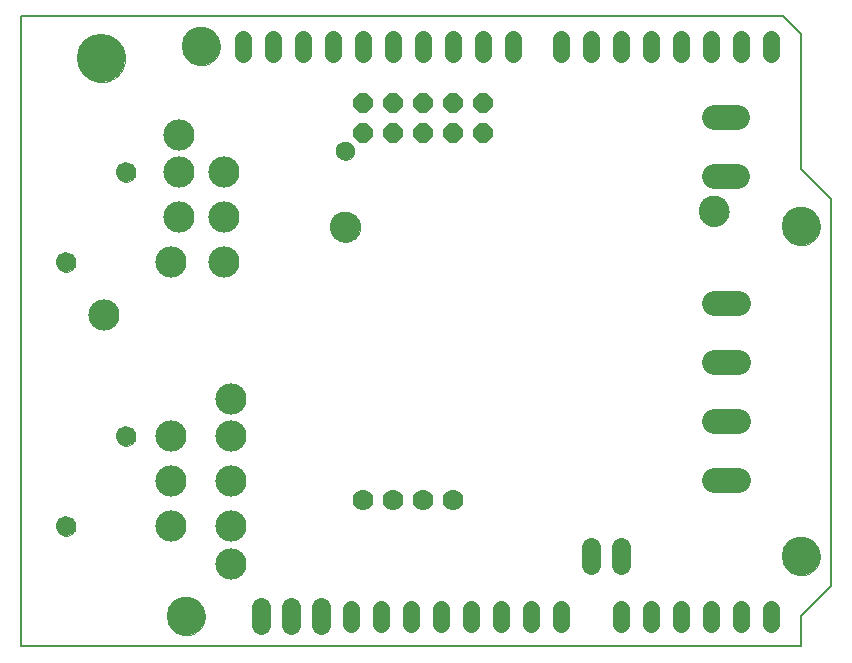
<source format=gbs>
G75*
G70*
%OFA0B0*%
%FSLAX24Y24*%
%IPPOS*%
%LPD*%
%AMOC8*
5,1,8,0,0,1.08239X$1,22.5*
%
%ADD10C,0.0000*%
%ADD11C,0.1024*%
%ADD12C,0.0631*%
%ADD13C,0.1615*%
%ADD14C,0.1040*%
%ADD15C,0.0670*%
%ADD16C,0.0512*%
%ADD17C,0.0820*%
%ADD18C,0.0700*%
%ADD19C,0.0640*%
%ADD20C,0.0050*%
%ADD21C,0.1290*%
%ADD22C,0.0555*%
%ADD23OC8,0.0640*%
D10*
X002370Y004500D02*
X002372Y004535D01*
X002378Y004570D01*
X002388Y004604D01*
X002401Y004637D01*
X002418Y004668D01*
X002439Y004696D01*
X002462Y004723D01*
X002489Y004746D01*
X002517Y004767D01*
X002548Y004784D01*
X002581Y004797D01*
X002615Y004807D01*
X002650Y004813D01*
X002685Y004815D01*
X002720Y004813D01*
X002755Y004807D01*
X002789Y004797D01*
X002822Y004784D01*
X002853Y004767D01*
X002881Y004746D01*
X002908Y004723D01*
X002931Y004696D01*
X002952Y004668D01*
X002969Y004637D01*
X002982Y004604D01*
X002992Y004570D01*
X002998Y004535D01*
X003000Y004500D01*
X002998Y004465D01*
X002992Y004430D01*
X002982Y004396D01*
X002969Y004363D01*
X002952Y004332D01*
X002931Y004304D01*
X002908Y004277D01*
X002881Y004254D01*
X002853Y004233D01*
X002822Y004216D01*
X002789Y004203D01*
X002755Y004193D01*
X002720Y004187D01*
X002685Y004185D01*
X002650Y004187D01*
X002615Y004193D01*
X002581Y004203D01*
X002548Y004216D01*
X002517Y004233D01*
X002489Y004254D01*
X002462Y004277D01*
X002439Y004304D01*
X002418Y004332D01*
X002401Y004363D01*
X002388Y004396D01*
X002378Y004430D01*
X002372Y004465D01*
X002370Y004500D01*
X002372Y004535D01*
X002378Y004570D01*
X002388Y004604D01*
X002401Y004637D01*
X002418Y004668D01*
X002439Y004696D01*
X002462Y004723D01*
X002489Y004746D01*
X002517Y004767D01*
X002548Y004784D01*
X002581Y004797D01*
X002615Y004807D01*
X002650Y004813D01*
X002685Y004815D01*
X002720Y004813D01*
X002755Y004807D01*
X002789Y004797D01*
X002822Y004784D01*
X002853Y004767D01*
X002881Y004746D01*
X002908Y004723D01*
X002931Y004696D01*
X002952Y004668D01*
X002969Y004637D01*
X002982Y004604D01*
X002992Y004570D01*
X002998Y004535D01*
X003000Y004500D01*
X002998Y004465D01*
X002992Y004430D01*
X002982Y004396D01*
X002969Y004363D01*
X002952Y004332D01*
X002931Y004304D01*
X002908Y004277D01*
X002881Y004254D01*
X002853Y004233D01*
X002822Y004216D01*
X002789Y004203D01*
X002755Y004193D01*
X002720Y004187D01*
X002685Y004185D01*
X002650Y004187D01*
X002615Y004193D01*
X002581Y004203D01*
X002548Y004216D01*
X002517Y004233D01*
X002489Y004254D01*
X002462Y004277D01*
X002439Y004304D01*
X002418Y004332D01*
X002401Y004363D01*
X002388Y004396D01*
X002378Y004430D01*
X002372Y004465D01*
X002370Y004500D01*
X004370Y007500D02*
X004372Y007535D01*
X004378Y007570D01*
X004388Y007604D01*
X004401Y007637D01*
X004418Y007668D01*
X004439Y007696D01*
X004462Y007723D01*
X004489Y007746D01*
X004517Y007767D01*
X004548Y007784D01*
X004581Y007797D01*
X004615Y007807D01*
X004650Y007813D01*
X004685Y007815D01*
X004720Y007813D01*
X004755Y007807D01*
X004789Y007797D01*
X004822Y007784D01*
X004853Y007767D01*
X004881Y007746D01*
X004908Y007723D01*
X004931Y007696D01*
X004952Y007668D01*
X004969Y007637D01*
X004982Y007604D01*
X004992Y007570D01*
X004998Y007535D01*
X005000Y007500D01*
X004998Y007465D01*
X004992Y007430D01*
X004982Y007396D01*
X004969Y007363D01*
X004952Y007332D01*
X004931Y007304D01*
X004908Y007277D01*
X004881Y007254D01*
X004853Y007233D01*
X004822Y007216D01*
X004789Y007203D01*
X004755Y007193D01*
X004720Y007187D01*
X004685Y007185D01*
X004650Y007187D01*
X004615Y007193D01*
X004581Y007203D01*
X004548Y007216D01*
X004517Y007233D01*
X004489Y007254D01*
X004462Y007277D01*
X004439Y007304D01*
X004418Y007332D01*
X004401Y007363D01*
X004388Y007396D01*
X004378Y007430D01*
X004372Y007465D01*
X004370Y007500D01*
X004449Y007500D02*
X004451Y007530D01*
X004457Y007560D01*
X004466Y007589D01*
X004479Y007616D01*
X004496Y007641D01*
X004515Y007664D01*
X004538Y007685D01*
X004563Y007702D01*
X004589Y007716D01*
X004618Y007726D01*
X004647Y007733D01*
X004677Y007736D01*
X004708Y007735D01*
X004738Y007730D01*
X004767Y007721D01*
X004794Y007709D01*
X004820Y007694D01*
X004844Y007675D01*
X004865Y007653D01*
X004883Y007629D01*
X004898Y007602D01*
X004909Y007574D01*
X004917Y007545D01*
X004921Y007515D01*
X004921Y007485D01*
X004917Y007455D01*
X004909Y007426D01*
X004898Y007398D01*
X004883Y007371D01*
X004865Y007347D01*
X004844Y007325D01*
X004820Y007306D01*
X004794Y007291D01*
X004767Y007279D01*
X004738Y007270D01*
X004708Y007265D01*
X004677Y007264D01*
X004647Y007267D01*
X004618Y007274D01*
X004589Y007284D01*
X004563Y007298D01*
X004538Y007315D01*
X004515Y007336D01*
X004496Y007359D01*
X004479Y007384D01*
X004466Y007411D01*
X004457Y007440D01*
X004451Y007470D01*
X004449Y007500D01*
X002370Y013300D02*
X002372Y013335D01*
X002378Y013370D01*
X002388Y013404D01*
X002401Y013437D01*
X002418Y013468D01*
X002439Y013496D01*
X002462Y013523D01*
X002489Y013546D01*
X002517Y013567D01*
X002548Y013584D01*
X002581Y013597D01*
X002615Y013607D01*
X002650Y013613D01*
X002685Y013615D01*
X002720Y013613D01*
X002755Y013607D01*
X002789Y013597D01*
X002822Y013584D01*
X002853Y013567D01*
X002881Y013546D01*
X002908Y013523D01*
X002931Y013496D01*
X002952Y013468D01*
X002969Y013437D01*
X002982Y013404D01*
X002992Y013370D01*
X002998Y013335D01*
X003000Y013300D01*
X002998Y013265D01*
X002992Y013230D01*
X002982Y013196D01*
X002969Y013163D01*
X002952Y013132D01*
X002931Y013104D01*
X002908Y013077D01*
X002881Y013054D01*
X002853Y013033D01*
X002822Y013016D01*
X002789Y013003D01*
X002755Y012993D01*
X002720Y012987D01*
X002685Y012985D01*
X002650Y012987D01*
X002615Y012993D01*
X002581Y013003D01*
X002548Y013016D01*
X002517Y013033D01*
X002489Y013054D01*
X002462Y013077D01*
X002439Y013104D01*
X002418Y013132D01*
X002401Y013163D01*
X002388Y013196D01*
X002378Y013230D01*
X002372Y013265D01*
X002370Y013300D01*
X002372Y013335D01*
X002378Y013370D01*
X002388Y013404D01*
X002401Y013437D01*
X002418Y013468D01*
X002439Y013496D01*
X002462Y013523D01*
X002489Y013546D01*
X002517Y013567D01*
X002548Y013584D01*
X002581Y013597D01*
X002615Y013607D01*
X002650Y013613D01*
X002685Y013615D01*
X002720Y013613D01*
X002755Y013607D01*
X002789Y013597D01*
X002822Y013584D01*
X002853Y013567D01*
X002881Y013546D01*
X002908Y013523D01*
X002931Y013496D01*
X002952Y013468D01*
X002969Y013437D01*
X002982Y013404D01*
X002992Y013370D01*
X002998Y013335D01*
X003000Y013300D01*
X002998Y013265D01*
X002992Y013230D01*
X002982Y013196D01*
X002969Y013163D01*
X002952Y013132D01*
X002931Y013104D01*
X002908Y013077D01*
X002881Y013054D01*
X002853Y013033D01*
X002822Y013016D01*
X002789Y013003D01*
X002755Y012993D01*
X002720Y012987D01*
X002685Y012985D01*
X002650Y012987D01*
X002615Y012993D01*
X002581Y013003D01*
X002548Y013016D01*
X002517Y013033D01*
X002489Y013054D01*
X002462Y013077D01*
X002439Y013104D01*
X002418Y013132D01*
X002401Y013163D01*
X002388Y013196D01*
X002378Y013230D01*
X002372Y013265D01*
X002370Y013300D01*
X004370Y016300D02*
X004372Y016335D01*
X004378Y016370D01*
X004388Y016404D01*
X004401Y016437D01*
X004418Y016468D01*
X004439Y016496D01*
X004462Y016523D01*
X004489Y016546D01*
X004517Y016567D01*
X004548Y016584D01*
X004581Y016597D01*
X004615Y016607D01*
X004650Y016613D01*
X004685Y016615D01*
X004720Y016613D01*
X004755Y016607D01*
X004789Y016597D01*
X004822Y016584D01*
X004853Y016567D01*
X004881Y016546D01*
X004908Y016523D01*
X004931Y016496D01*
X004952Y016468D01*
X004969Y016437D01*
X004982Y016404D01*
X004992Y016370D01*
X004998Y016335D01*
X005000Y016300D01*
X004998Y016265D01*
X004992Y016230D01*
X004982Y016196D01*
X004969Y016163D01*
X004952Y016132D01*
X004931Y016104D01*
X004908Y016077D01*
X004881Y016054D01*
X004853Y016033D01*
X004822Y016016D01*
X004789Y016003D01*
X004755Y015993D01*
X004720Y015987D01*
X004685Y015985D01*
X004650Y015987D01*
X004615Y015993D01*
X004581Y016003D01*
X004548Y016016D01*
X004517Y016033D01*
X004489Y016054D01*
X004462Y016077D01*
X004439Y016104D01*
X004418Y016132D01*
X004401Y016163D01*
X004388Y016196D01*
X004378Y016230D01*
X004372Y016265D01*
X004370Y016300D01*
X004372Y016335D01*
X004378Y016370D01*
X004388Y016404D01*
X004401Y016437D01*
X004418Y016468D01*
X004439Y016496D01*
X004462Y016523D01*
X004489Y016546D01*
X004517Y016567D01*
X004548Y016584D01*
X004581Y016597D01*
X004615Y016607D01*
X004650Y016613D01*
X004685Y016615D01*
X004720Y016613D01*
X004755Y016607D01*
X004789Y016597D01*
X004822Y016584D01*
X004853Y016567D01*
X004881Y016546D01*
X004908Y016523D01*
X004931Y016496D01*
X004952Y016468D01*
X004969Y016437D01*
X004982Y016404D01*
X004992Y016370D01*
X004998Y016335D01*
X005000Y016300D01*
X004998Y016265D01*
X004992Y016230D01*
X004982Y016196D01*
X004969Y016163D01*
X004952Y016132D01*
X004931Y016104D01*
X004908Y016077D01*
X004881Y016054D01*
X004853Y016033D01*
X004822Y016016D01*
X004789Y016003D01*
X004755Y015993D01*
X004720Y015987D01*
X004685Y015985D01*
X004650Y015987D01*
X004615Y015993D01*
X004581Y016003D01*
X004548Y016016D01*
X004517Y016033D01*
X004489Y016054D01*
X004462Y016077D01*
X004439Y016104D01*
X004418Y016132D01*
X004401Y016163D01*
X004388Y016196D01*
X004378Y016230D01*
X004372Y016265D01*
X004370Y016300D01*
X003075Y020102D02*
X003077Y020158D01*
X003083Y020213D01*
X003093Y020267D01*
X003106Y020321D01*
X003124Y020374D01*
X003145Y020425D01*
X003169Y020475D01*
X003197Y020523D01*
X003229Y020569D01*
X003263Y020613D01*
X003301Y020654D01*
X003341Y020692D01*
X003384Y020727D01*
X003429Y020759D01*
X003477Y020788D01*
X003526Y020814D01*
X003577Y020836D01*
X003629Y020854D01*
X003683Y020868D01*
X003738Y020879D01*
X003793Y020886D01*
X003848Y020889D01*
X003904Y020888D01*
X003959Y020883D01*
X004014Y020874D01*
X004068Y020862D01*
X004121Y020845D01*
X004173Y020825D01*
X004223Y020801D01*
X004271Y020774D01*
X004318Y020744D01*
X004362Y020710D01*
X004404Y020673D01*
X004442Y020633D01*
X004479Y020591D01*
X004512Y020546D01*
X004541Y020500D01*
X004568Y020451D01*
X004590Y020400D01*
X004610Y020348D01*
X004625Y020294D01*
X004637Y020240D01*
X004645Y020185D01*
X004649Y020130D01*
X004649Y020074D01*
X004645Y020019D01*
X004637Y019964D01*
X004625Y019910D01*
X004610Y019856D01*
X004590Y019804D01*
X004568Y019753D01*
X004541Y019704D01*
X004512Y019658D01*
X004479Y019613D01*
X004442Y019571D01*
X004404Y019531D01*
X004362Y019494D01*
X004318Y019460D01*
X004271Y019430D01*
X004223Y019403D01*
X004173Y019379D01*
X004121Y019359D01*
X004068Y019342D01*
X004014Y019330D01*
X003959Y019321D01*
X003904Y019316D01*
X003848Y019315D01*
X003793Y019318D01*
X003738Y019325D01*
X003683Y019336D01*
X003629Y019350D01*
X003577Y019368D01*
X003526Y019390D01*
X003477Y019416D01*
X003429Y019445D01*
X003384Y019477D01*
X003341Y019512D01*
X003301Y019550D01*
X003263Y019591D01*
X003229Y019635D01*
X003197Y019681D01*
X003169Y019729D01*
X003145Y019779D01*
X003124Y019830D01*
X003106Y019883D01*
X003093Y019937D01*
X003083Y019991D01*
X003077Y020046D01*
X003075Y020102D01*
X006560Y020500D02*
X006562Y020550D01*
X006568Y020599D01*
X006578Y020648D01*
X006591Y020695D01*
X006609Y020742D01*
X006630Y020787D01*
X006654Y020830D01*
X006682Y020871D01*
X006713Y020910D01*
X006747Y020946D01*
X006784Y020980D01*
X006824Y021010D01*
X006865Y021037D01*
X006909Y021061D01*
X006954Y021081D01*
X007001Y021097D01*
X007049Y021110D01*
X007098Y021119D01*
X007148Y021124D01*
X007197Y021125D01*
X007247Y021122D01*
X007296Y021115D01*
X007345Y021104D01*
X007392Y021090D01*
X007438Y021071D01*
X007483Y021049D01*
X007526Y021024D01*
X007566Y020995D01*
X007604Y020963D01*
X007640Y020929D01*
X007673Y020891D01*
X007702Y020851D01*
X007728Y020809D01*
X007751Y020765D01*
X007770Y020719D01*
X007786Y020672D01*
X007798Y020623D01*
X007806Y020574D01*
X007810Y020525D01*
X007810Y020475D01*
X007806Y020426D01*
X007798Y020377D01*
X007786Y020328D01*
X007770Y020281D01*
X007751Y020235D01*
X007728Y020191D01*
X007702Y020149D01*
X007673Y020109D01*
X007640Y020071D01*
X007604Y020037D01*
X007566Y020005D01*
X007526Y019976D01*
X007483Y019951D01*
X007438Y019929D01*
X007392Y019910D01*
X007345Y019896D01*
X007296Y019885D01*
X007247Y019878D01*
X007197Y019875D01*
X007148Y019876D01*
X007098Y019881D01*
X007049Y019890D01*
X007001Y019903D01*
X006954Y019919D01*
X006909Y019939D01*
X006865Y019963D01*
X006824Y019990D01*
X006784Y020020D01*
X006747Y020054D01*
X006713Y020090D01*
X006682Y020129D01*
X006654Y020170D01*
X006630Y020213D01*
X006609Y020258D01*
X006591Y020305D01*
X006578Y020352D01*
X006568Y020401D01*
X006562Y020450D01*
X006560Y020500D01*
X011700Y017020D02*
X011702Y017054D01*
X011708Y017088D01*
X011718Y017121D01*
X011731Y017152D01*
X011749Y017182D01*
X011769Y017210D01*
X011793Y017235D01*
X011819Y017257D01*
X011847Y017275D01*
X011878Y017291D01*
X011910Y017303D01*
X011944Y017311D01*
X011978Y017315D01*
X012012Y017315D01*
X012046Y017311D01*
X012080Y017303D01*
X012112Y017291D01*
X012142Y017275D01*
X012171Y017257D01*
X012197Y017235D01*
X012221Y017210D01*
X012241Y017182D01*
X012259Y017152D01*
X012272Y017121D01*
X012282Y017088D01*
X012288Y017054D01*
X012290Y017020D01*
X012288Y016986D01*
X012282Y016952D01*
X012272Y016919D01*
X012259Y016888D01*
X012241Y016858D01*
X012221Y016830D01*
X012197Y016805D01*
X012171Y016783D01*
X012143Y016765D01*
X012112Y016749D01*
X012080Y016737D01*
X012046Y016729D01*
X012012Y016725D01*
X011978Y016725D01*
X011944Y016729D01*
X011910Y016737D01*
X011878Y016749D01*
X011847Y016765D01*
X011819Y016783D01*
X011793Y016805D01*
X011769Y016830D01*
X011749Y016858D01*
X011731Y016888D01*
X011718Y016919D01*
X011708Y016952D01*
X011702Y016986D01*
X011700Y017020D01*
X011503Y014480D02*
X011505Y014524D01*
X011511Y014568D01*
X011521Y014611D01*
X011534Y014653D01*
X011552Y014693D01*
X011573Y014732D01*
X011597Y014769D01*
X011624Y014804D01*
X011655Y014836D01*
X011688Y014865D01*
X011724Y014891D01*
X011762Y014913D01*
X011802Y014932D01*
X011843Y014948D01*
X011886Y014960D01*
X011929Y014968D01*
X011973Y014972D01*
X012017Y014972D01*
X012061Y014968D01*
X012104Y014960D01*
X012147Y014948D01*
X012188Y014932D01*
X012228Y014913D01*
X012266Y014891D01*
X012302Y014865D01*
X012335Y014836D01*
X012366Y014804D01*
X012393Y014769D01*
X012417Y014732D01*
X012438Y014693D01*
X012456Y014653D01*
X012469Y014611D01*
X012479Y014568D01*
X012485Y014524D01*
X012487Y014480D01*
X012485Y014436D01*
X012479Y014392D01*
X012469Y014349D01*
X012456Y014307D01*
X012438Y014267D01*
X012417Y014228D01*
X012393Y014191D01*
X012366Y014156D01*
X012335Y014124D01*
X012302Y014095D01*
X012266Y014069D01*
X012228Y014047D01*
X012188Y014028D01*
X012147Y014012D01*
X012104Y014000D01*
X012061Y013992D01*
X012017Y013988D01*
X011973Y013988D01*
X011929Y013992D01*
X011886Y014000D01*
X011843Y014012D01*
X011802Y014028D01*
X011762Y014047D01*
X011724Y014069D01*
X011688Y014095D01*
X011655Y014124D01*
X011624Y014156D01*
X011597Y014191D01*
X011573Y014228D01*
X011552Y014267D01*
X011534Y014307D01*
X011521Y014349D01*
X011511Y014392D01*
X011505Y014436D01*
X011503Y014480D01*
X023783Y015000D02*
X023785Y015044D01*
X023791Y015088D01*
X023801Y015131D01*
X023814Y015173D01*
X023832Y015213D01*
X023853Y015252D01*
X023877Y015289D01*
X023904Y015324D01*
X023935Y015356D01*
X023968Y015385D01*
X024004Y015411D01*
X024042Y015433D01*
X024082Y015452D01*
X024123Y015468D01*
X024166Y015480D01*
X024209Y015488D01*
X024253Y015492D01*
X024297Y015492D01*
X024341Y015488D01*
X024384Y015480D01*
X024427Y015468D01*
X024468Y015452D01*
X024508Y015433D01*
X024546Y015411D01*
X024582Y015385D01*
X024615Y015356D01*
X024646Y015324D01*
X024673Y015289D01*
X024697Y015252D01*
X024718Y015213D01*
X024736Y015173D01*
X024749Y015131D01*
X024759Y015088D01*
X024765Y015044D01*
X024767Y015000D01*
X024765Y014956D01*
X024759Y014912D01*
X024749Y014869D01*
X024736Y014827D01*
X024718Y014787D01*
X024697Y014748D01*
X024673Y014711D01*
X024646Y014676D01*
X024615Y014644D01*
X024582Y014615D01*
X024546Y014589D01*
X024508Y014567D01*
X024468Y014548D01*
X024427Y014532D01*
X024384Y014520D01*
X024341Y014512D01*
X024297Y014508D01*
X024253Y014508D01*
X024209Y014512D01*
X024166Y014520D01*
X024123Y014532D01*
X024082Y014548D01*
X024042Y014567D01*
X024004Y014589D01*
X023968Y014615D01*
X023935Y014644D01*
X023904Y014676D01*
X023877Y014711D01*
X023853Y014748D01*
X023832Y014787D01*
X023814Y014827D01*
X023801Y014869D01*
X023791Y014912D01*
X023785Y014956D01*
X023783Y015000D01*
X026560Y014500D02*
X026562Y014550D01*
X026568Y014599D01*
X026578Y014648D01*
X026591Y014695D01*
X026609Y014742D01*
X026630Y014787D01*
X026654Y014830D01*
X026682Y014871D01*
X026713Y014910D01*
X026747Y014946D01*
X026784Y014980D01*
X026824Y015010D01*
X026865Y015037D01*
X026909Y015061D01*
X026954Y015081D01*
X027001Y015097D01*
X027049Y015110D01*
X027098Y015119D01*
X027148Y015124D01*
X027197Y015125D01*
X027247Y015122D01*
X027296Y015115D01*
X027345Y015104D01*
X027392Y015090D01*
X027438Y015071D01*
X027483Y015049D01*
X027526Y015024D01*
X027566Y014995D01*
X027604Y014963D01*
X027640Y014929D01*
X027673Y014891D01*
X027702Y014851D01*
X027728Y014809D01*
X027751Y014765D01*
X027770Y014719D01*
X027786Y014672D01*
X027798Y014623D01*
X027806Y014574D01*
X027810Y014525D01*
X027810Y014475D01*
X027806Y014426D01*
X027798Y014377D01*
X027786Y014328D01*
X027770Y014281D01*
X027751Y014235D01*
X027728Y014191D01*
X027702Y014149D01*
X027673Y014109D01*
X027640Y014071D01*
X027604Y014037D01*
X027566Y014005D01*
X027526Y013976D01*
X027483Y013951D01*
X027438Y013929D01*
X027392Y013910D01*
X027345Y013896D01*
X027296Y013885D01*
X027247Y013878D01*
X027197Y013875D01*
X027148Y013876D01*
X027098Y013881D01*
X027049Y013890D01*
X027001Y013903D01*
X026954Y013919D01*
X026909Y013939D01*
X026865Y013963D01*
X026824Y013990D01*
X026784Y014020D01*
X026747Y014054D01*
X026713Y014090D01*
X026682Y014129D01*
X026654Y014170D01*
X026630Y014213D01*
X026609Y014258D01*
X026591Y014305D01*
X026578Y014352D01*
X026568Y014401D01*
X026562Y014450D01*
X026560Y014500D01*
X026560Y003500D02*
X026562Y003550D01*
X026568Y003599D01*
X026578Y003648D01*
X026591Y003695D01*
X026609Y003742D01*
X026630Y003787D01*
X026654Y003830D01*
X026682Y003871D01*
X026713Y003910D01*
X026747Y003946D01*
X026784Y003980D01*
X026824Y004010D01*
X026865Y004037D01*
X026909Y004061D01*
X026954Y004081D01*
X027001Y004097D01*
X027049Y004110D01*
X027098Y004119D01*
X027148Y004124D01*
X027197Y004125D01*
X027247Y004122D01*
X027296Y004115D01*
X027345Y004104D01*
X027392Y004090D01*
X027438Y004071D01*
X027483Y004049D01*
X027526Y004024D01*
X027566Y003995D01*
X027604Y003963D01*
X027640Y003929D01*
X027673Y003891D01*
X027702Y003851D01*
X027728Y003809D01*
X027751Y003765D01*
X027770Y003719D01*
X027786Y003672D01*
X027798Y003623D01*
X027806Y003574D01*
X027810Y003525D01*
X027810Y003475D01*
X027806Y003426D01*
X027798Y003377D01*
X027786Y003328D01*
X027770Y003281D01*
X027751Y003235D01*
X027728Y003191D01*
X027702Y003149D01*
X027673Y003109D01*
X027640Y003071D01*
X027604Y003037D01*
X027566Y003005D01*
X027526Y002976D01*
X027483Y002951D01*
X027438Y002929D01*
X027392Y002910D01*
X027345Y002896D01*
X027296Y002885D01*
X027247Y002878D01*
X027197Y002875D01*
X027148Y002876D01*
X027098Y002881D01*
X027049Y002890D01*
X027001Y002903D01*
X026954Y002919D01*
X026909Y002939D01*
X026865Y002963D01*
X026824Y002990D01*
X026784Y003020D01*
X026747Y003054D01*
X026713Y003090D01*
X026682Y003129D01*
X026654Y003170D01*
X026630Y003213D01*
X026609Y003258D01*
X026591Y003305D01*
X026578Y003352D01*
X026568Y003401D01*
X026562Y003450D01*
X026560Y003500D01*
X006060Y001500D02*
X006062Y001550D01*
X006068Y001599D01*
X006078Y001648D01*
X006091Y001695D01*
X006109Y001742D01*
X006130Y001787D01*
X006154Y001830D01*
X006182Y001871D01*
X006213Y001910D01*
X006247Y001946D01*
X006284Y001980D01*
X006324Y002010D01*
X006365Y002037D01*
X006409Y002061D01*
X006454Y002081D01*
X006501Y002097D01*
X006549Y002110D01*
X006598Y002119D01*
X006648Y002124D01*
X006697Y002125D01*
X006747Y002122D01*
X006796Y002115D01*
X006845Y002104D01*
X006892Y002090D01*
X006938Y002071D01*
X006983Y002049D01*
X007026Y002024D01*
X007066Y001995D01*
X007104Y001963D01*
X007140Y001929D01*
X007173Y001891D01*
X007202Y001851D01*
X007228Y001809D01*
X007251Y001765D01*
X007270Y001719D01*
X007286Y001672D01*
X007298Y001623D01*
X007306Y001574D01*
X007310Y001525D01*
X007310Y001475D01*
X007306Y001426D01*
X007298Y001377D01*
X007286Y001328D01*
X007270Y001281D01*
X007251Y001235D01*
X007228Y001191D01*
X007202Y001149D01*
X007173Y001109D01*
X007140Y001071D01*
X007104Y001037D01*
X007066Y001005D01*
X007026Y000976D01*
X006983Y000951D01*
X006938Y000929D01*
X006892Y000910D01*
X006845Y000896D01*
X006796Y000885D01*
X006747Y000878D01*
X006697Y000875D01*
X006648Y000876D01*
X006598Y000881D01*
X006549Y000890D01*
X006501Y000903D01*
X006454Y000919D01*
X006409Y000939D01*
X006365Y000963D01*
X006324Y000990D01*
X006284Y001020D01*
X006247Y001054D01*
X006213Y001090D01*
X006182Y001129D01*
X006154Y001170D01*
X006130Y001213D01*
X006109Y001258D01*
X006091Y001305D01*
X006078Y001352D01*
X006068Y001401D01*
X006062Y001450D01*
X006060Y001500D01*
D11*
X011995Y014480D03*
X024275Y015000D03*
D12*
X011995Y017020D03*
D13*
X003862Y020102D03*
D14*
X006435Y017550D03*
X006435Y016300D03*
X007935Y016300D03*
X007935Y014800D03*
X007935Y014800D03*
X006435Y014800D03*
X006185Y013300D03*
X007935Y013300D03*
X003935Y011552D03*
X008185Y008748D03*
X008185Y007500D03*
X008185Y006000D03*
X008185Y006000D03*
X008185Y004500D03*
X008185Y003252D03*
X006185Y004500D03*
X006185Y006000D03*
X006185Y006000D03*
X006185Y007500D03*
D15*
X004685Y007500D03*
X002685Y004500D03*
X002685Y004500D03*
X002685Y013300D03*
X002685Y013300D03*
X004685Y016300D03*
X004685Y016300D03*
D16*
X004685Y007500D03*
D17*
X024295Y008010D02*
X025075Y008010D01*
X025075Y006050D02*
X024295Y006050D01*
X024295Y009990D02*
X025075Y009990D01*
X025075Y011950D02*
X024295Y011950D01*
X024275Y016170D02*
X025055Y016170D01*
X025055Y018140D02*
X024275Y018140D01*
D18*
X015585Y005394D03*
X014585Y005394D03*
X013585Y005394D03*
X012585Y005394D03*
D19*
X011185Y001800D02*
X011185Y001200D01*
X010185Y001200D02*
X010185Y001800D01*
X009185Y001800D02*
X009185Y001200D01*
X020185Y003200D02*
X020185Y003800D01*
X021185Y003800D02*
X021185Y003200D01*
D20*
X001185Y000500D02*
X001185Y021500D01*
X026585Y021500D01*
X027185Y020900D01*
X027185Y016400D01*
X028185Y015400D01*
X028185Y002500D01*
X027185Y001500D01*
X027185Y000500D01*
X001185Y000500D01*
D21*
X006685Y001500D03*
X027185Y003500D03*
X027185Y014500D03*
X007185Y020500D03*
D22*
X008585Y020243D02*
X008585Y020757D01*
X009585Y020757D02*
X009585Y020243D01*
X010585Y020243D02*
X010585Y020757D01*
X011585Y020757D02*
X011585Y020243D01*
X012585Y020243D02*
X012585Y020757D01*
X013585Y020757D02*
X013585Y020243D01*
X014585Y020243D02*
X014585Y020757D01*
X015585Y020757D02*
X015585Y020243D01*
X016585Y020243D02*
X016585Y020757D01*
X017585Y020757D02*
X017585Y020243D01*
X019185Y020243D02*
X019185Y020757D01*
X020185Y020757D02*
X020185Y020243D01*
X021185Y020243D02*
X021185Y020757D01*
X022185Y020757D02*
X022185Y020243D01*
X023185Y020243D02*
X023185Y020757D01*
X024185Y020757D02*
X024185Y020243D01*
X025185Y020243D02*
X025185Y020757D01*
X026185Y020757D02*
X026185Y020243D01*
X026185Y001757D02*
X026185Y001243D01*
X025185Y001243D02*
X025185Y001757D01*
X024185Y001757D02*
X024185Y001243D01*
X023185Y001243D02*
X023185Y001757D01*
X022185Y001757D02*
X022185Y001243D01*
X021185Y001243D02*
X021185Y001757D01*
X019185Y001757D02*
X019185Y001243D01*
X018185Y001243D02*
X018185Y001757D01*
X017185Y001757D02*
X017185Y001243D01*
X016185Y001243D02*
X016185Y001757D01*
X015185Y001757D02*
X015185Y001243D01*
X014185Y001243D02*
X014185Y001757D01*
X013185Y001757D02*
X013185Y001243D01*
X012185Y001243D02*
X012185Y001757D01*
D23*
X012585Y017600D03*
X013585Y017600D03*
X013585Y018600D03*
X012585Y018600D03*
X014585Y018600D03*
X014585Y017600D03*
X015585Y017600D03*
X016585Y017600D03*
X016585Y018600D03*
X015585Y018600D03*
M02*

</source>
